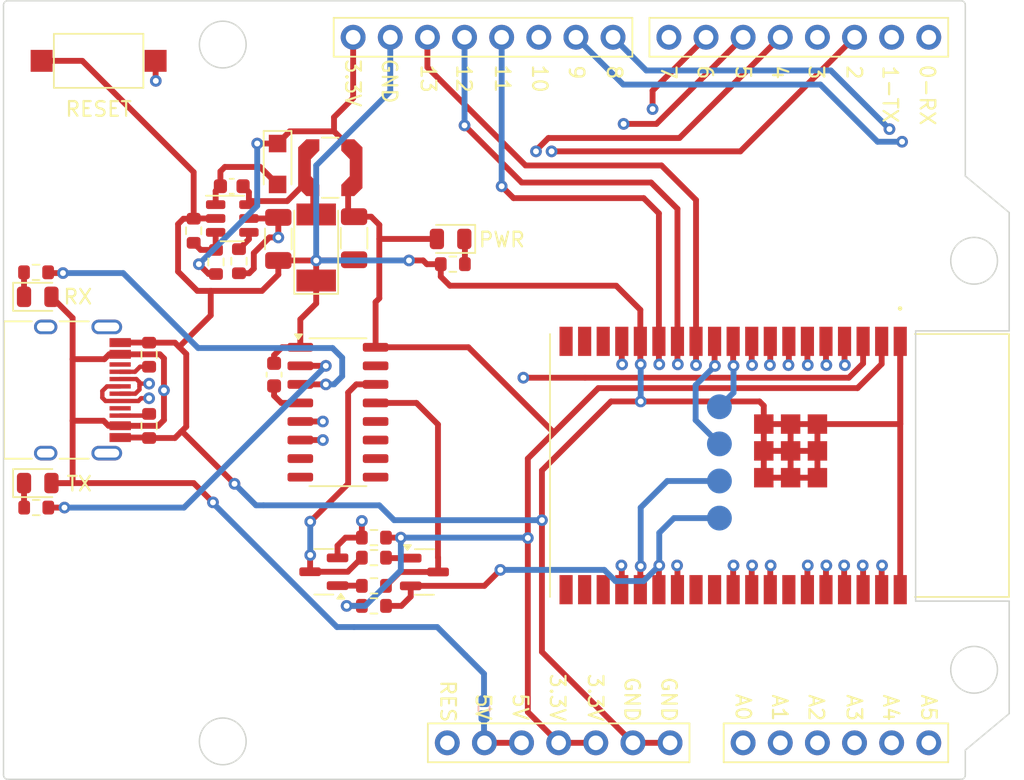
<source format=kicad_pcb>
(kicad_pcb (version 20240108) (generator "pcbnew") (generator_version "8.0")
  (layers (0 "F.Cu" signal) (1 "In1.Cu" signal) (2 "In2.Cu" signal) (31 "B.Cu" signal) (34 "B.Paste" user) (35 "F.Paste" user) (36 "B.SilkS" user "B.Silkscreen") (37 "F.SilkS" user "F.Silkscreen") (38 "B.Mask" user) (39 "F.Mask" user) (44 "Edge.Cuts" user))
  (net 0 "")
  (net 1 "Net-(U1-V3)")
  (net 2 "GND")
  (net 3 "Net-(D4-K)")
  (net 4 "Net-(D3-K)")
  (net 5 "+3.3V")
  (net 6 "Net-(D1-K)")
  (net 7 "Net-(D2-K)")
  (net 8 "+5V")
  (net 9 "RESET")
  (net 10 "IO39")
  (net 11 "IO36")
  (net 12 "IO34")
  (net 13 "IO35")
  (net 14 "IO32")
  (net 15 "IO33")
  (net 16 "IO25")
  (net 17 "IO26")
  (net 18 "IO27")
  (net 19 "IO14")
  (net 20 "IO12")
  (net 21 "IO13")
  (net 22 "Net-(D5-K)")
  (net 23 "Net-(J4-Pin_2)")
  (net 28 "IO15")
  (net 29 "IO2")
  (net 30 "IO0")
  (net 31 "IO4")
  (net 34 "IO5")
  (net 35 "IO18")
  (net 36 "IO19")
  (net 38 "IO21")
  (net 39 "TX")
  (net 40 "RX")
  (net 41 "IO22")
  (net 42 "IO23")
  (net 43 "Net-(IC2-Pad1)")
  (net 44 "RTS")
  (net 45 "Net-(IC3-Pad1)")
  (net 46 "DTR")
  (net 50 "D+")
  (net 51 "D-")
  (net 53 "Net-(J6-CC1)")
  (net 56 "Net-(J6-CC2)")
  (net 59 "Net-(U2-EN)")
  (net 60 "Net-(U2-FB)")
  (footprint "Regolatore:Condensatore_G" (layer "F.Cu") (at 136.6012 76.6064 -90)
    (property "Reference" "C2" (hide yes))
    (property "Value" "4,7u" (hide yes))
  )
  (footprint "Package_TO_SOT_SMD:SOT-23" (layer "F.Cu") (at 139.7145 99.3902 180)
    (property "Reference" "IC2" (hide yes))
    (property "Value" "PDTC" (hide yes))
  )
  (footprint "Button_Switch_SMD:SW_SPST_CK_RS282G05A3" (layer "F.Cu") (at 124.3076 64.4144 180)
    (property "Reference" "SW1" (hide yes))
    (property "Value" "RESET")
  )
  (footprint "Resistor_SMD:R_0603_1608Metric" (layer "F.Cu") (at 120.0404 94.996)
    (property "Reference" "R10" (hide yes))
    (property "Value" "10K" (hide yes))
  )
  (footprint "Connector_PinSocket_2.54mm:PinSocket_1x08_P2.54mm_Vertical" (layer "F.Cu") (at 181.1 62.8 -90)
    (property "Reference" "J1" (hide yes))
    (property "Value" "Digitali1" (hide yes))
  )
  (footprint "Package_SO:SO-16_3.9x9.9mm_P1.27mm" (layer "F.Cu") (at 140.681 88.4682)
    (property "Reference" "U1" (hide yes))
    (property "Value" "CH340C" (hide yes))
  )
  (footprint "Resistor_SMD:R_0603_1608Metric" (layer "F.Cu") (at 143.1412 100.3554 180)
    (property "Reference" "R5" (hide yes))
    (property "Value" "4K7" (hide yes))
  )
  (footprint "Connector_PinSocket_2.54mm:PinSocket_1x08_P2.54mm_Vertical" (layer "F.Cu") (at 159.5 62.8 -90)
    (property "Reference" "J2" (hide yes))
    (property "Value" "Digitali2" (hide yes))
  )
  (footprint "Regolatore:Induttanza" (layer "F.Cu") (at 140.1572 71.7296)
    (property "Reference" "L1" (hide yes))
    (property "Value" "4,7uH" (hide yes))
  )
  (footprint "LED_SMD:LED_0805_2012Metric" (layer "F.Cu") (at 148.3868 76.6064 180)
    (property "Reference" "D5" (hide yes))
    (property "Value" "PWR")
  )
  (footprint "LED_SMD:LED_0805_2012Metric" (layer "F.Cu") (at 120.142 80.5688)
    (property "Reference" "D2" (hide yes))
    (property "Value" "RX")
  )
  (footprint "Connector_PinSocket_2.54mm:PinSocket_1x07_P2.54mm_Vertical" (layer "F.Cu") (at 148.16 111.1 90)
    (property "Reference" "J4" (hide yes))
    (property "Value" "Conn_01x07_Male" (hide yes))
  )
  (footprint "Capacitor_SMD:C_0603_1608Metric" (layer "F.Cu") (at 136.3122 85.894 90)
    (property "Reference" "C1" (hide yes))
    (property "Value" "100n" (hide yes))
  )
  (footprint "Package_TO_SOT_SMD:SOT-23" (layer "F.Cu") (at 146.5956 99.4054)
    (property "Reference" "IC3" (hide yes))
    (property "Value" "PDTC" (hide yes))
  )
  (footprint "ESP32-WROVER:ESP32WROVERB8MB" (layer "F.Cu") (at 170.887 92.116 -90)
    (property "Reference" "IC1" (hide yes))
    (property "Value" "ESP32-WROVER" (hide yes))
  )
  (footprint "Resistor_SMD:R_0603_1608Metric" (layer "F.Cu") (at 127.762 84.5312 90)
    (property "Reference" "R14" (hide yes))
    (property "Value" "5K1" (hide yes))
  )
  (footprint "Connector_USB:USB_C_Receptacle_HRO_TYPE-C-31-M-12" (layer "F.Cu") (at 121.7358 86.95 -90)
    (property "Reference" "J6" (hide yes))
    (property "Value" "USB_C" (hide yes))
  )
  (footprint "Regolatore:Resistenza" (layer "F.Cu") (at 133.9088 78.1304 90)
    (property "Reference" "R9" (hide yes))
    (property "Value" "100" (hide yes))
  )
  (footprint "Resistor_SMD:R_0603_1608Metric" (layer "F.Cu") (at 148.5392 78.3336 180)
    (property "Reference" "R23" (hide yes))
    (property "Value" "1K" (hide yes))
  )
  (footprint "Resistor_SMD:R_0603_1608Metric" (layer "F.Cu") (at 143.1412 98.425)
    (property "Reference" "R6" (hide yes))
    (property "Value" "4K7" (hide yes))
  )
  (footprint "Resistor_SMD:R_0603_1608Metric" (layer "F.Cu") (at 143.1412 97.0534)
    (property "Reference" "R7" (hide yes))
    (property "Value" "1K" (hide yes))
  )
  (footprint "Resistor_SMD:R_0603_1608Metric" (layer "F.Cu") (at 127.762 89.408 -90)
    (property "Reference" "R15" (hide yes))
    (property "Value" "5K1" (hide yes))
  )
  (footprint "Regolatore:Condensatore_G" (layer "F.Cu") (at 141.7828 76.5574 -90)
    (property "Reference" "C4" (hide yes))
    (property "Value" "10u" (hide yes))
  )
  (footprint "Regolatore:Resistenza" (layer "F.Cu") (at 132.334 78.1812 90)
    (property "Reference" "R12" (hide yes))
    (property "Value" "50K" (hide yes))
  )
  (footprint "Regolatore:Diodo_G" (layer "F.Cu") (at 139.192 77.167 90)
    (property "Reference" "D3" (hide yes))
    (property "Value" "Diode" (hide yes))
  )
  (footprint "Resistor_SMD:R_0603_1608Metric" (layer "F.Cu") (at 120.0282 78.8924)
    (property "Reference" "R11" (hide yes))
    (property "Value" "10K" (hide yes))
  )
  (footprint "Resistor_SMD:R_0603_1608Metric" (layer "F.Cu") (at 143.1412 101.727)
    (property "Reference" "R8" (hide yes))
    (property "Value" "1K" (hide yes))
  )
  (footprint "Regolatore:Condensatore_P" (layer "F.Cu") (at 133.4138 72.9996)
    (property "Reference" "C3" (hide yes))
    (property "Value" "10n" (hide yes))
  )
  (footprint "Connector_PinSocket_2.54mm:PinSocket_1x06_P2.54mm_Vertical" (layer "F.Cu") (at 181.1 111.1 -90)
    (property "Reference" "J3" (hide yes))
    (property "Value" "Analogici" (hide yes))
  )
  (footprint "Regolatore:AP3211" (layer "F.Cu") (at 133.4516 75.2064)
    (property "Reference" "U2" (hide yes))
    (property "Value" "AP3211" (hide yes))
  )
  (footprint "Regolatore:Resistenza" (layer "F.Cu") (at 130.81 76.0476 90)
    (property "Reference" "R13" (hide yes))
    (property "Value" "16K3" (hide yes))
  )
  (footprint "LED_SMD:LED_0805_2012Metric" (layer "F.Cu") (at 120.142 93.3196)
    (property "Reference" "D1" (hide yes))
    (property "Value" "TX")
  )
  (footprint "Regolatore:Diodo_P" (layer "F.Cu") (at 136.5504 71.4756 -90)
    (property "Reference" "D4" (hide yes))
    (property "Value" "Diode" (hide yes))
  )
  (footprint "Connector_PinHeader_2.54mm:PinHeader_1x04_P2.54mm_Vertical" (layer "B.Cu") (at 166.7764 88.0972 180)
    (property "Reference" "J5" (hide yes))
    (property "Value" "Aux" (hide yes))
  )
  (footprint "Resistor_SMD:R_0402_1005Metric" (layer "B.Cu") (at 150.6728 108.7628 -90)
    (property "Reference" "R17" (hide yes))
    (property "Value" "0" (hide yes))
  )
  (gr_arc (start 183.6 113.3) (mid 183.512132 113.512132) (end 183.3 113.6) (stroke (width 0.1)) (layer "Edge.Cuts"))
  (gr_line (start 183.6 60.6) (end 183.6 72.3) (stroke (width 0.1)) (layer "Edge.Cuts"))
  (gr_line (start 180.2 82.9) (end 180.2 101.4) (stroke (width 0.1)) (layer "Edge.Cuts"))
  (gr_line (start 183.6 113.3) (end 183.6 111.6) (stroke (width 0.1)) (layer "Edge.Cuts"))
  (gr_circle (center 184.2 106.1) (end 182.6 106.1) (stroke (width 0.1)) (fill none) (layer "Edge.Cuts"))
  (gr_arc (start 118.1 113.6) (mid 117.887868 113.512132) (end 117.8 113.3) (stroke (width 0.1)) (layer "Edge.Cuts"))
  (gr_line (start 186.6 82.9) (end 186.6 74.8) (stroke (width 0.1)) (layer "Edge.Cuts"))
  (gr_circle (center 132.8 63.3) (end 132.8 61.7) (stroke (width 0.1)) (fill none) (layer "Edge.Cuts"))
  (gr_line (start 186.6 101.4) (end 186.6 109.1) (stroke (width 0.1)) (layer "Edge.Cuts"))
  (gr_line (start 183.3 60.3) (end 118.1 60.3) (stroke (width 0.1)) (layer "Edge.Cuts"))
  (gr_circle (center 184.2 78.1) (end 182.6 78.1) (stroke (width 0.1)) (fill none) (layer "Edge.Cuts"))
  (gr_line (start 186.6 109.1) (end 183.6 111.6) (stroke (width 0.1)) (layer "Edge.Cuts"))
  (gr_line (start 118.1 113.6) (end 183.3 113.6) (stroke (width 0.1)) (layer "Edge.Cuts"))
  (gr_arc (start 117.8 60.6) (mid 117.887868 60.387868) (end 118.1 60.3) (stroke (width 0.1)) (layer "Edge.Cuts"))
  (gr_circle (center 132.8 111) (end 132.8 112.6) (stroke (width 0.1)) (fill none) (layer "Edge.Cuts"))
  (gr_line (start 186.6 74.8) (end 183.6 72.3) (stroke (width 0.1)) (layer "Edge.Cuts"))
  (gr_line (start 180.2 101.4) (end 186.6 101.4) (stroke (width 0.1)) (layer "Edge.Cuts"))
  (gr_line (start 186.6 82.9) (end 180.2 82.9) (stroke (width 0.1)) (layer "Edge.Cuts"))
  (gr_arc (start 183.3 60.3) (mid 183.512132 60.387868) (end 183.6 60.6) (stroke (width 0.1)) (layer "Edge.Cuts"))
  (gr_line (start 117.8 60.6) (end 117.8 113.3) (stroke (width 0.1)) (layer "Edge.Cuts"))
  (gr_text "RES" (at 148.209 108.2548 270) (layer "F.SilkS") (effects (font (size 1 1))))
  (gr_text "3.3V" (at 158.3 108.0008 270) (layer "F.SilkS") (effects (font (size 1 1))))
  (gr_text "A1" (at 170.9 108.7 270) (layer "F.SilkS") (effects (font (size 1 1))))
  (gr_text "5V" (at 150.622 108.6358 270) (layer "F.SilkS") (effects (font (size 1 1))))
  (gr_text "GND" (at 163.322 108.1278 270) (layer "F.SilkS") (effects (font (size 1 1))))
  (gr_text "A3" (at 176 108.7 270) (layer "F.SilkS") (effects (font (size 1 1))))
  (gr_text "3.3V" (at 155.702 108.0008 270) (layer "F.SilkS") (effects (font (size 1 1))))
  (gr_text "4" (at 170.9 65.2 270) (layer "F.SilkS") (effects (font (size 1 1))))
  (gr_text "7" (at 163.3 65.2 270) (layer "F.SilkS") (effects (font (size 1 1))))
  (gr_text "A4" (at 178.5 108.7 270) (layer "F.SilkS") (effects (font (size 1 1))))
  (gr_text "A5" (at 181.1 108.7 270) (layer "F.SilkS") (effects (font (size 1 1))))
  (gr_text "5V" (at 153.162 108.6358 270) (layer "F.SilkS") (effects (font (size 1 1))))
  (gr_text "0-RX\n" (at 181.0004 66.7512 270) (layer "F.SilkS") (effects (font (size 1 1))))
  (gr_text "2" (at 176 65.2 270) (layer "F.SilkS") (effects (font (size 1 1))))
  (gr_text "A2" (at 173.4 108.7 270) (layer "F.SilkS") (effects (font (size 1 1))))
  (gr_text "11" (at 151.9428 65.6336 270) (layer "F.SilkS") (effects (font (size 1 1))))
  (gr_text "A0" (at 168.402 108.6612 270) (layer "F.SilkS") (effects (font (size 1 1))))
  (gr_text "5" (at 168.4 65.2 270) (layer "F.SilkS") (effects (font (size 1 1))))
  (gr_text "1-TX" (at 178.4604 66.7004 270) (layer "F.SilkS") (effects (font (size 1 1))))
  (gr_text "9" (at 157 65.2 270) (layer "F.SilkS") (effects (font (size 1 1))))
  (gr_text "6" (at 165.8 65.2 270) (layer "F.SilkS") (effects (font (size 1 1))))
  (gr_text "10" (at 154.4828 65.6336 270) (layer "F.SilkS") (effects (font (size 1 1))))
  (gr_text "GND" (at 160.8 108.1238 270) (layer "F.SilkS") (effects (font (size 1 1))))
  (gr_text "GND" (at 144.2 65.8 270) (layer "F.SilkS") (effects (font (size 1 1))))
  (gr_text "8" (at 159.6 65.2 270) (layer "F.SilkS") (effects (font (size 1 1))))
  (gr_text "12" (at 149.3 65.6336 270) (layer "F.SilkS") (effects (font (size 1 1))))
  (gr_text "3.3V" (at 141.7 65.9384 270) (layer "F.SilkS") (effects (font (size 1 1))))
  (gr_text "3" (at 173.4 65.2 270) (layer "F.SilkS") (effects (font (size 1 1))))
  (gr_text "13" (at 146.8628 65.6336 -90) (layer "F.SilkS") (effects (font (size 1 1))))
  (segment (start 136.8044 87.8332) (end 136.3122 87.341) (width 0.4) (layer "F.Cu") (net 1))
  (segment (start 136.3122 87.341) (end 136.3122 86.669) (width 0.4) (layer "F.Cu") (net 1))
  (segment (start 138.106 87.8332) (end 136.8044 87.8332) (width 0.4) (layer "F.Cu") (net 1))
  (segment (start 138.106 82.112) (end 138.106 84.0232) (width 0.4) (layer "F.Cu") (net 2))
  (segment (start 127.762 90.233) (end 127.729 90.2) (width 0.4) (layer "F.Cu") (net 2))
  (segment (start 169.5196 87.7316) (end 161.3916 87.7316) (width 0.4) (layer "F.Cu") (net 2))
  (segment (start 147.7142 79.185) (end 147.7142 78.3336) (width 0.4) (layer "F.Cu") (net 2))
  (segment (start 161.367 83.616) (end 161.367 85.167) (width 0.4) (layer "F.Cu") (net 2))
  (segment (start 139.192 81.026) (end 138.106 82.112) (width 0.4) (layer "F.Cu") (net 2))
  (segment (start 169.812 89.281) (end 173.482 89.281) (width 0.4) (layer "F.Cu") (net 2))
  (segment (start 139.192 78.0814) (end 141.7338 78.0814) (width 0.4) (layer "F.Cu") (net 2))
  (segment (start 129.7432 78.8416) (end 131.064 80.1624) (width 0.4) (layer "F.Cu") (net 2))
  (segment (start 131.9784 81.8388) (end 131.9784 80.1624) (width 0.4) (layer "F.Cu") (net 2))
  (segment (start 130.302 89.4588) (end 129.9464 89.8144) (width 0.4) (layer "F.Cu") (net 2))
  (segment (start 127.729 90.2) (end 125.7808 90.2) (width 0.4) (layer "F.Cu") (net 2))
  (segment (start 130.048 89.8144) (end 129.9464 89.8144) (width 0.4) (layer "F.Cu") (net 2))
  (segment (start 173.482 89.281) (end 173.482 92.951) (width 0.4) (layer "F.Cu") (net 2))
  (segment (start 146.5072 78.0796) (end 145.542 78.0796) (width 0.4) (layer "F.Cu") (net 2))
  (segment (start 169.812 92.951) (end 173.482 92.951) (width 0.4) (layer "F.Cu") (net 2))
  (segment (start 127.762 83.7062) (end 129.5278 83.7062) (width 0.4) (layer "F.Cu") (net 2))
  (segment (start 130.81 75.2226) (end 130.111 75.2226) (width 0.4) (layer "F.Cu") (net 2))
  (segment (start 129.8194 83.9978) (end 130.302 84.4804) (width 0.4) (layer "F.Cu") (net 2))
  (segment (start 161.367 85.167) (end 161.3916 85.1916) (width 0.4) (layer "F.Cu") (net 2))
  (segment (start 129.5278 83.7062) (end 129.8194 83.9978) (width 0.4) (layer "F.Cu") (net 2))
  (segment (start 179.147 89.281) (end 173.482 89.281) (width 0.4) (layer "F.Cu") (net 2))
  (segment (start 120.4076 64.4144) (end 123.19 64.4144) (width 0.4) (layer "F.Cu") (net 2))
  (segment (start 179.147 100.616) (end 179.147 83.616) (width 0.4) (layer "F.Cu") (net 2))
  (segment (start 148.336 79.8068) (end 147.7142 79.185) (width 0.4) (layer "F.Cu") (net 2))
  (segment (start 169.812 89.281) (end 169.812 88.024) (width 0.4) (layer "F.Cu") (net 2))
  (segment (start 129.5278 90.233) (end 127.762 90.233) (width 0.4) (layer "F.Cu") (net 2))
  (segment (start 154.6352 92.456) (end 154.6352 104.8752) (width 0.4) (layer "F.Cu") (net 2))
  (segment (start 131.9784 80.1624) (end 135.4836 80.1624) (width 0.4) (layer "F.Cu") (net 2))
  (segment (start 160.86 111.1) (end 163.4 111.1) (width 0.4) (layer "F.Cu") (net 2))
  (segment (start 136.6012 79.0448) (end 136.6012 78.0814) (width 0.4) (layer "F.Cu") (net 2))
  (segment (start 161.3916 87.7316) (end 159.3596 87.7316) (width 0.4) (layer "F.Cu") (net 2))
  (segment (start 171.647 89.281) (end 171.647 92.951) (width 0.4) (layer "F.Cu") (net 2))
  (segment (start 159.3596 87.7316) (end 154.6352 92.456) (width 0.4) (layer "F.Cu") (net 2))
  (segment (start 139.192 79.453) (end 139.192 78.0814) (width 0.4) (layer "F.Cu") (net 2))
  (segment (start 136.3122 84.5662) (end 136.8552 84.0232) (width 0.4) (layer "F.Cu") (net 2))
  (segment (start 133.604 93.3704) (end 130.048 89.8144) (width 0.4) (layer "F.Cu") (net 2))
  (segment (start 129.9464 89.8144) (end 129.5278 90.233) (width 0.4) (layer "F.Cu") (net 2))
  (segment (start 154.6352 104.8752) (end 160.86 111.1) (width 0.4) (layer "F.Cu") (net 2))
  (segment (start 136.8552 84.0232) (end 138.106 84.0232) (width 0.4) (layer "F.Cu") (net 2))
  (segment (start 123.19 64.4144) (end 130.81 72.0344) (width 0.4) (layer "F.Cu") (net 2))
  (segment (start 131.064 80.1624) (end 131.9784 80.1624) (width 0.4) (layer "F.Cu") (net 2))
  (segment (start 135.4836 80.1624) (end 136.6012 79.0448) (width 0.4) (layer "F.Cu") (net 2))
  (segment (start 161.367 81.4586) (end 159.7152 79.8068) (width 0.4) (layer "F.Cu") (net 2))
  (segment (start 147.7142 78.3336) (end 146.7612 78.3336) (width 0.4) (layer "F.Cu") (net 2))
  (segment (start 179.147 83.616) (end 179.147 89.281) (width 0.4) (layer "F.Cu") (net 2))
  (segment (start 129.8194 83.9978) (end 131.9784 81.8388) (width 0.4) (layer "F.Cu") (net 2))
  (segment (start 169.812 89.281) (end 169.812 92.951) (width 0.4) (layer "F.Cu") (net 2))
  (segment (start 169.812 88.024) (end 169.5196 87.7316) (width 0.4) (layer "F.Cu") (net 2))
  (segment (start 161.367 83.616) (end 161.367 81.4586) (width 0.4) (layer "F.Cu") (net 2))
  (segment (start 141.7338 78.0814) (end 141.7828 78.0324) (width 0.4) (layer "F.Cu") (net 2))
  (segment (start 125.7808 83.7) (end 127.7558 83.7) (width 0.4) (layer "F.Cu") (net 2))
  (segment (start 136.3122 85.119) (end 136.3122 84.5662) (width 0.4) (layer "F.Cu") (net 2))
  (segment (start 129.7432 75.5904) (end 129.7432 78.8416) (width 0.4) (layer "F.Cu") (net 2))
  (segment (start 146.7612 78.3336) (end 146.5072 78.0796) (width 0.4) (layer "F.Cu") (net 2))
  (segment (start 130.111 75.2226) (end 129.7432 75.5904) (width 0.4) (layer "F.Cu") (net 2))
  (segment (start 132.3141 75.2064) (end 130.8262 75.2064) (width 0.4) (layer "F.Cu") (net 2))
  (segment (start 130.81 72.0344) (end 130.81 75.2226) (width 0.4) (layer "F.Cu") (net 2))
  (segment (start 130.302 84.4804) (end 130.302 89.4588) (width 0.4) (layer "F.Cu") (net 2))
  (segment (start 130.8262 75.2064) (end 130.81 75.2226) (width 0.4) (layer "F.Cu") (net 2))
  (segment (start 159.7152 79.8068) (end 148.336 79.8068) (width 0.4) (layer "F.Cu") (net 2))
  (segment (start 136.6012 78.0814) (end 139.192 78.0814) (width 0.4) (layer "F.Cu") (net 2))
  (segment (start 139.192 79.453) (end 139.192 81.026) (width 0.4) (layer "F.Cu") (net 2))
  (segment (start 169.812 91.116) (end 173.482 91.116) (width 0.4) (layer "F.Cu") (net 2))
  (via (at 139.192 78.0814) (size 0.8) (drill 0.4) (layers "F.Cu" "B.Cu") (net 2))
  (via (at 133.604 93.3704) (size 0.8) (drill 0.4) (layers "F.Cu" "B.Cu") (net 2))
  (via (at 145.542 78.0796) (size 0.8) (drill 0.4) (layers "F.Cu" "B.Cu") (net 2))
  (via (at 154.6352 95.8596) (size 0.8) (drill 0.4) (layers "F.Cu" "B.Cu") (net 2))
  (via (at 161.3916 85.1916) (size 0.8) (drill 0.4) (layers "F.Cu" "B.Cu") (net 2))
  (via (at 161.3916 87.7316) (size 0.8) (drill 0.4) (layers "F.Cu" "B.Cu") (net 2))
  (segment (start 161.3916 85.1916) (end 161.3916 87.7316) (width 0.4) (layer "B.Cu") (net 2))
  (segment (start 135.0772 94.8436) (end 133.604 93.3704) (width 0.4) (layer "B.Cu") (net 2))
  (segment (start 143.51 94.8436) (end 135.5852 94.8436) (width 0.4) (layer "B.Cu") (net 2))
  (segment (start 144.26 66.5092) (end 144.26 62.8) (width 0.4) (layer "B.Cu") (net 2))
  (segment (start 139.192 78.0814) (end 139.192 71.5772) (width 0.4) (layer "B.Cu") (net 2))
  (segment (start 144.526 95.8596) (end 143.51 94.8436) (width 0.4) (layer "B.Cu") (net 2))
  (segment (start 145.542 78.0796) (end 139.1938 78.0796) (width 0.4) (layer "B.Cu") (net 2))
  (segment (start 139.192 71.5772) (end 144.26 66.5092) (width 0.4) (layer "B.Cu") (net 2))
  (segment (start 154.6352 95.8596) (end 144.526 95.8596) (width 0.4) (layer "B.Cu") (net 2))
  (segment (start 139.1938 78.0796) (end 139.192 78.0814) (width 0.4) (layer "B.Cu") (net 2))
  (segment (start 135.5852 94.8436) (end 135.0772 94.8436) (width 0.4) (layer "B.Cu") (net 2))
  (segment (start 132.3141 74.2564) (end 132.3141 73.3243) (width 0.4) (layer "F.Cu") (net 3))
  (segment (start 132.6388 71.9836) (end 132.6388 72.9996) (width 0.4) (layer "F.Cu") (net 3))
  (segment (start 135.3536 71.6788) (end 132.9436 71.6788) (width 0.4) (layer "F.Cu") (net 3))
  (segment (start 132.9436 71.6788) (end 132.6388 71.9836) (width 0.4) (layer "F.Cu") (net 3))
  (segment (start 136.5504 72.8756) (end 135.3536 71.6788) (width 0.4) (layer "F.Cu") (net 3))
  (segment (start 136.5504 73.028) (end 136.5504 72.8756) (width 0.4) (layer "F.Cu") (net 3))
  (segment (start 132.3141 73.3243) (end 132.6388 72.9996) (width 0.4) (layer "F.Cu") (net 3))
  (segment (start 137.2108 74.0156) (end 138.3922 72.8342) (width 0.4) (layer "F.Cu") (net 4))
  (segment (start 138.9888 74.7286) (end 139.192 74.9318) (width 0.4) (layer "F.Cu") (net 4))
  (segment (start 134.5891 74.2564) (end 134.5891 73.3999) (width 0.4) (layer "F.Cu") (net 4))
  (segment (start 138.3922 72.8342) (end 138.3922 71.7296) (width 0.4) (layer "F.Cu") (net 4))
  (segment (start 138.3922 71.7296) (end 138.3922 72.7586) (width 0.4) (layer "F.Cu") (net 4))
  (segment (start 134.8299 74.0156) (end 137.2108 74.0156) (width 0.4) (layer "F.Cu") (net 4))
  (segment (start 138.3922 72.7586) (end 138.9888 73.3552) (width 0.4) (layer "F.Cu") (net 4))
  (segment (start 134.5891 74.2564) (end 134.8299 74.0156) (width 0.4) (layer "F.Cu") (net 4))
  (segment (start 134.5891 73.3999) (end 134.1888 72.9996) (width 0.4) (layer "F.Cu") (net 4))
  (segment (start 138.9888 73.3552) (end 138.9888 74.7286) (width 0.4) (layer "F.Cu") (net 4))
  (segment (start 153.67 108.99) (end 155.78 111.1) (width 0.4) (layer "F.Cu") (net 5))
  (segment (start 153.67 91.6432) (end 155.2956 90.0176) (width 0.4) (layer "F.Cu") (net 5))
  (segment (start 141.9222 70.7514) (end 140.4112 69.2404) (width 0.4) (layer "F.Cu") (net 5))
  (segment (start 143.256 84.0232) (end 149.606 84.0232) (width 0.4) (layer "F.Cu") (net 5))
  (segment (start 137.3856 69.2404) (end 140.4112 69.2404) (width 0.4) (layer "F.Cu") (net 5))
  (segment (start 147.4493 76.6064) (end 143.51 76.6064) (width 0.4) (layer "F.Cu") (net 5))
  (segment (start 143.9662 97.0534) (end 144.9822 97.0534) (width 0.4) (layer "F.Cu") (net 5))
  (segment (start 142.3162 101.727) (end 141.2738 101.727) (width 0.4) (layer "F.Cu") (net 5))
  (segment (start 132.334 79.0062) (end 131.8382 79.0062) (width 0.4) (layer "F.Cu") (net 5))
  (segment (start 143.256 80.9244) (end 143.256 84.0232) (width 0.4) (layer "F.Cu") (net 5))
  (segment (start 135.1564 70.0756) (end 136.5504 70.0756) (width 0.4) (layer "F.Cu") (net 5))
  (segment (start 158.496 86.8172) (end 176.2252 86.8172) (width 0.4) (layer "F.Cu") (net 5))
  (segment (start 176.2252 86.8172) (end 177.877 85.1654) (width 0.4) (layer "F.Cu") (net 5))
  (segment (start 141.72 62.8) (end 141.72 66.9664) (width 0.4) (layer "F.Cu") (net 5))
  (segment (start 143.51 75.6412) (end 143.51 76.6064) (width 0.4) (layer "F.Cu") (net 5))
  (segment (start 141.72 66.9664) (end 140.4112 68.2752) (width 0.4) (layer "F.Cu") (net 5))
  (segment (start 143.51 76.6064) (end 143.51 80.6704) (width 0.4) (layer "F.Cu") (net 5))
  (segment (start 141.9222 71.7296) (end 141.9222 70.7514) (width 0.4) (layer "F.Cu") (net 5))
  (segment (start 177.877 85.1654) (end 177.877 83.616) (width 0.4) (layer "F.Cu") (net 5))
  (segment (start 131.8382 79.0062) (end 131.1656 78.3336) (width 0.4) (layer "F.Cu") (net 5))
  (segment (start 141.3764 73.3044) (end 141.3764 74.676) (width 0.4) (layer "F.Cu") (net 5))
  (segment (start 142.9512 75.0824) (end 143.51 75.6412) (width 0.4) (layer "F.Cu") (net 5))
  (segment (start 141.3764 74.676) (end 141.7828 75.0824) (width 0.4) (layer "F.Cu") (net 5))
  (segment (start 141.7828 75.0824) (end 142.9512 75.0824) (width 0.4) (layer "F.Cu") (net 5))
  (segment (start 153.67 97.0788) (end 153.67 91.6432) (width 0.4) (layer "F.Cu") (net 5))
  (segment (start 149.606 84.0232) (end 155.448 89.8652) (width 0.4) (layer "F.Cu") (net 5))
  (segment (start 136.5504 70.0756) (end 137.3856 69.2404) (width 0.4) (layer "F.Cu") (net 5))
  (segment (start 140.4112 68.2752) (end 140.4112 69.2404) (width 0.4) (layer "F.Cu") (net 5))
  (segment (start 155.2956 90.0176) (end 158.496 86.8172) (width 0.4) (layer "F.Cu") (net 5))
  (segment (start 143.51 80.6704) (end 143.256 80.9244) (width 0.4) (layer "F.Cu") (net 5))
  (segment (start 153.67 97.0788) (end 153.67 108.99) (width 0.4) (layer "F.Cu") (net 5))
  (segment (start 141.9222 72.7586) (end 141.3764 73.3044) (width 0.4) (layer "F.Cu") (net 5))
  (segment (start 158.32 111.1) (end 155.78 111.1) (width 0.4) (layer "F.Cu") (net 5))
  (segment (start 141.9222 71.7296) (end 141.9222 72.7586) (width 0.4) (layer "F.Cu") (net 5))
  (via (at 131.1656 78.3336) (size 0.8) (drill 0.4) (layers "F.Cu" "B.Cu") (net 5))
  (via (at 153.67 97.0788) (size 0.8) (drill 0.4) (layers "F.Cu" "B.Cu") (net 5))
  (via (at 141.2738 101.727) (size 0.8) (drill 0.4) (layers "F.Cu" "B.Cu") (net 5))
  (via (at 135.1564 70.0756) (size 0.8) (drill 0.4) (layers "F.Cu" "B.Cu") (net 5))
  (via (at 144.9822 97.0534) (size 0.8) (drill 0.4) (layers "F.Cu" "B.Cu") (net 5))
  (segment (start 135.1564 74.3428) (end 131.1656 78.3336) (width 0.4) (layer "B.Cu") (net 5))
  (segment (start 142.5438 101.727) (end 144.9822 99.2886) (width 0.4) (layer "B.Cu") (net 5))
  (segment (start 135.1564 70.0756) (end 135.1564 74.3428) (width 0.4) (layer "B.Cu") (net 5))
  (segment (start 144.9822 99.2886) (end 144.9822 97.0534) (width 0.4) (layer "B.Cu") (net 5))
  (segment (start 153.67 97.0788) (end 153.6446 97.0534) (width 0.4) (layer "B.Cu") (net 5))
  (segment (start 153.6446 97.0534) (end 144.9822 97.0534) (width 0.4) (layer "B.Cu") (net 5))
  (segment (start 141.2738 101.727) (end 142.5438 101.727) (width 0.4) (layer "B.Cu") (net 5))
  (segment (start 119.2045 94.9851) (end 119.2154 94.996) (width 0.4) (layer "F.Cu") (net 6))
  (segment (start 119.2045 93.3196) (end 119.2045 94.9851) (width 0.4) (layer "F.Cu") (net 6))
  (segment (start 119.2045 78.8937) (end 119.2032 78.8924) (width 0.4) (layer "F.Cu") (net 7))
  (segment (start 119.2045 80.5688) (end 119.2045 78.8937) (width 0.4) (layer "F.Cu") (net 7))
  (segment (start 124.991816 89.4) (end 124.644216 89.0524) (width 0.4) (layer "F.Cu") (net 8))
  (segment (start 122.5296 84.836) (end 122.5296 82.0189) (width 0.4) (layer "F.Cu") (net 8))
  (segment (start 125.7808 89.4) (end 124.991816 89.4) (width 0.4) (layer "F.Cu") (net 8))
  (segment (start 121.0795 93.3196) (end 130.81 93.3196) (width 0.4) (layer "F.Cu") (net 8))
  (segment (start 130.81 93.3196) (end 132.1308 94.6404) (width 0.4) (layer "F.Cu") (net 8))
  (segment (start 124.7024 84.836) (end 122.5296 84.836) (width 0.4) (layer "F.Cu") (net 8))
  (segment (start 134.5891 75.2064) (end 136.5262 75.2064) (width 0.4) (layer "F.Cu") (net 8))
  (segment (start 125.787 84.5062) (end 128.499 84.5062) (width 0.4) (layer "F.Cu") (net 8))
  (segment (start 134.6078 78.9554) (end 134.9248 78.6384) (width 0.4) (layer "F.Cu") (net 8))
  (segment (start 128.499 84.5062) (end 128.778 84.7852) (width 0.4) (layer "F.Cu") (net 8))
  (segment (start 128.778 84.7852) (end 128.778 89.0016) (width 0.4) (layer "F.Cu") (net 8))
  (segment (start 122.5296 93.3196) (end 122.5296 89.0524) (width 0.4) (layer "F.Cu") (net 8))
  (segment (start 135.9916 76.5048) (end 136.6012 76.5048) (width 0.4) (layer "F.Cu") (net 8))
  (segment (start 134.9248 77.5716) (end 135.9916 76.5048) (width 0.4) (layer "F.Cu") (net 8))
  (segment (start 122.5296 89.0524) (end 122.5296 84.836) (width 0.4) (layer "F.Cu") (net 8))
  (segment (start 128.3796 89.4) (end 125.7808 89.4) (width 0.4) (layer "F.Cu") (net 8))
  (segment (start 133.9088 78.9554) (end 134.6078 78.9554) (width 0.4) (layer "F.Cu") (net 8))
  (segment (start 136.6012 75.1314) (end 136.6012 76.5048) (width 0.4) (layer "F.Cu") (net 8))
  (segment (start 136.5262 75.2064) (end 136.6012 75.1314) (width 0.4) (layer "F.Cu") (net 8))
  (segment (start 121.0795 93.3196) (end 122.5296 93.3196) (width 0.4) (layer "F.Cu") (net 8))
  (segment (start 125.0384 84.5) (end 124.7024 84.836) (width 0.4) (layer "F.Cu") (net 8))
  (segment (start 125.7808 84.5) (end 125.0384 84.5) (width 0.4) (layer "F.Cu") (net 8))
  (segment (start 128.778 89.0016) (end 128.3796 89.4) (width 0.4) (layer "F.Cu") (net 8))
  (segment (start 122.5296 82.0189) (end 121.0795 80.5688) (width 0.4) (layer "F.Cu") (net 8))
  (segment (start 125.7808 84.5) (end 125.787 84.5062) (width 0.4) (layer "F.Cu") (net 8))
  (segment (start 134.9248 78.6384) (end 134.9248 77.5716) (width 0.4) (layer "F.Cu") (net 8))
  (segment (start 124.644216 89.0524) (end 122.5296 89.0524) (width 0.4) (layer "F.Cu") (net 8))
  (via (at 136.6012 76.5048) (size 0.8) (drill 0.4) (layers "F.Cu" "B.Cu") (net 8))
  (via (at 128.778 86.9696) (size 0.8) (drill 0.4) (layers "F.Cu" "B.Cu") (net 8))
  (via (at 132.1308 94.6404) (size 0.8) (drill 0.4) (layers "F.Cu" "B.Cu") (net 8))
  (segment (start 140.6144 103.1748) (end 132.1308 94.6912) (width 0.4) (layer "B.Cu") (net 8))
  (segment (start 150.6728 108.2528) (end 150.6728 106.3752) (width 0.4) (layer "B.Cu") (net 8))
  (segment (start 141.7828 103.1748) (end 140.6144 103.1748) (width 0.4) (layer "B.Cu") (net 8))
  (segment (start 147.4724 103.1748) (end 141.7828 103.1748) (width 0.4) (layer "B.Cu") (net 8))
  (segment (start 149.4028 105.1052) (end 147.4724 103.1748) (width 0.4) (layer "B.Cu") (net 8))
  (segment (start 132.1308 94.6912) (end 132.1308 94.6404) (width 0.4) (layer "B.Cu") (net 8))
  (segment (start 150.6728 106.3752) (end 149.4028 105.1052) (width 0.4) (layer "B.Cu") (net 8))
  (segment (start 176.607 83.616) (end 176.607 85.128371) (width 0.4) (layer "F.Cu") (net 9))
  (segment (start 176.607 85.128371) (end 175.629371 86.106) (width 0.4) (layer "F.Cu") (net 9))
  (segment (start 140.652 97.6) (end 140.652 98.4402) (width 0.4) (layer "F.Cu") (net 9))
  (segment (start 142.3162 97.0534) (end 142.3162 95.9104) (width 0.4) (layer "F.Cu") (net 9))
  (segment (start 175.629371 86.106) (end 157.5816 86.106) (width 0.4) (layer "F.Cu") (net 9))
  (segment (start 142.3162 95.885) (end 142.2908 95.8596) (width 0.4) (layer "F.Cu") (net 9))
  (segment (start 141.1986 97.0534) (end 140.652 97.6) (width 0.4) (layer "F.Cu") (net 9))
  (segment (start 142.3162 95.9104) (end 142.3162 95.885) (width 0.4) (layer "F.Cu") (net 9))
  (segment (start 128.2076 65.7744) (end 128.2192 65.786) (width 0.4) (layer "F.Cu") (net 9))
  (segment (start 157.5816 86.106) (end 153.3652 86.106) (width 0.4) (layer "F.Cu") (net 9))
  (segment (start 128.2076 64.4144) (end 128.2076 65.7744) (width 0.4) (layer "F.Cu") (net 9))
  (segment (start 142.3162 97.0534) (end 141.1986 97.0534) (width 0.4) (layer "F.Cu") (net 9))
  (via (at 142.3162 95.9104) (size 0.8) (drill 0.4) (layers "F.Cu" "B.Cu") (net 9))
  (via (at 153.3652 86.106) (size 0.8) (drill 0.4) (layers "F.Cu" "B.Cu") (net 9))
  (via (at 128.2192 65.786) (size 0.8) (drill 0.4) (layers "F.Cu" "B.Cu") (net 9))
  (segment (start 174.067 83.616) (end 174.067 85.2178) (width 0.4) (layer "F.Cu") (net 10))
  (segment (start 174.067 85.2178) (end 174.0916 85.2424) (width 0.4) (layer "F.Cu") (net 10))
  (via (at 174.0916 85.2424) (size 0.8) (drill 0.4) (layers "F.Cu" "B.Cu") (net 10))
  (segment (start 175.337 85.2178) (end 175.3616 85.2424) (width 0.4) (layer "F.Cu") (net 11))
  (segment (start 175.337 83.616) (end 175.337 85.2178) (width 0.4) (layer "F.Cu") (net 11))
  (via (at 175.3616 85.2424) (size 0.8) (drill 0.4) (layers "F.Cu" "B.Cu") (net 11))
  (segment (start 172.797 83.616) (end 172.797 85.2178) (width 0.4) (layer "F.Cu") (net 12))
  (segment (start 172.797 85.2178) (end 172.8216 85.2424) (width 0.4) (layer "F.Cu") (net 12))
  (via (at 172.8216 85.2424) (size 0.8) (drill 0.4) (layers "F.Cu" "B.Cu") (net 12))
  (segment (start 171.527 83.616) (end 171.527 85.2162) (width 0.4) (layer "F.Cu") (net 13))
  (segment (start 171.527 85.2162) (end 171.5008 85.2424) (width 0.4) (layer "F.Cu") (net 13))
  (via (at 171.5008 85.2424) (size 0.8) (drill 0.4) (layers "F.Cu" "B.Cu") (net 13))
  (segment (start 170.257 83.616) (end 170.257 85.2162) (width 0.4) (layer "F.Cu") (net 14))
  (segment (start 170.257 85.2162) (end 170.2308 85.2424) (width 0.4) (layer "F.Cu") (net 14))
  (via (at 170.2308 85.2424) (size 0.8) (drill 0.4) (layers "F.Cu" "B.Cu") (net 14))
  (segment (start 168.987 83.616) (end 168.987 85.2178) (width 0.4) (layer "F.Cu") (net 15))
  (segment (start 168.987 85.2178) (end 169.0116 85.2424) (width 0.4) (layer "F.Cu") (net 15))
  (via (at 169.0116 85.2424) (size 0.8) (drill 0.4) (layers "F.Cu" "B.Cu") (net 15))
  (segment (start 167.717 83.616) (end 167.717 85.2686) (width 0.4) (layer "F.Cu") (net 16))
  (segment (start 167.717 85.2686) (end 167.7416 85.2932) (width 0.4) (layer "F.Cu") (net 16))
  (via (at 167.7416 85.2932) (size 0.8) (drill 0.4) (layers "F.Cu" "B.Cu") (net 16))
  (segment (start 167.7416 87.132) (end 166.7764 88.0972) (width 0.4) (layer "B.Cu") (net 16))
  (segment (start 167.7416 85.2932) (end 167.7416 87.132) (width 0.4) (layer "B.Cu") (net 16))
  (segment (start 166.447 83.616) (end 166.447 85.2686) (width 0.4) (layer "F.Cu") (net 17))
  (segment (start 166.447 85.2686) (end 166.4716 85.2932) (width 0.4) (layer "F.Cu") (net 17))
  (via (at 166.4716 85.2932) (size 0.8) (drill 0.4) (layers "F.Cu" "B.Cu") (net 17))
  (segment (start 165.1508 86.614) (end 165.1508 89.0116) (width 0.4) (layer "B.Cu") (net 17))
  (segment (start 165.1508 89.0116) (end 166.7764 90.6372) (width 0.4) (layer "B.Cu") (net 17))
  (segment (start 166.4716 85.2932) (end 165.1508 86.614) (width 0.4) (layer "B.Cu") (net 17))
  (segment (start 165.177 85.167) (end 165.177 83.616) (width 0.4) (layer "F.Cu") (net 18))
  (segment (start 153.5176 71.5772) (end 146.8 64.8596) (width 0.4) (layer "F.Cu") (net 18))
  (segment (start 146.8 64.8596) (end 146.8 62.8) (width 0.4) (layer "F.Cu") (net 18))
  (segment (start 165.177 83.616) (end 165.177 73.9402) (width 0.4) (layer "F.Cu") (net 18))
  (segment (start 165.177 73.9402) (end 162.814 71.5772) (width 0.4) (layer "F.Cu") (net 18))
  (segment (start 162.814 71.5772) (end 153.5176 71.5772) (width 0.4) (layer "F.Cu") (net 18))
  (via (at 165.177 85.2424) (size 0.8) (drill 0.4) (layers "F.Cu" "B.Cu") (net 18))
  (segment (start 153.2516 72.7456) (end 162.1028 72.7456) (width 0.4) (layer "F.Cu") (net 19))
  (segment (start 149.34 68.834) (end 153.2516 72.7456) (width 0.4) (layer "F.Cu") (net 19))
  (segment (start 162.1028 72.7456) (end 163.907 74.5498) (width 0.4) (layer "F.Cu") (net 19))
  (segment (start 163.907 83.616) (end 163.907 85.167) (width 0.4) (layer "F.Cu") (net 19))
  (segment (start 163.907 74.5498) (end 163.907 83.616) (width 0.4) (layer "F.Cu") (net 19))
  (segment (start 163.907 85.167) (end 163.9316 85.1916) (width 0.4) (layer "F.Cu") (net 19))
  (via (at 163.9316 85.1916) (size 0.8) (drill 0.4) (layers "F.Cu" "B.Cu") (net 19))
  (via (at 149.34 68.834) (size 0.8) (drill 0.4) (layers "F.Cu" "B.Cu") (net 19))
  (segment (start 149.34 68.834) (end 149.34 62.8) (width 0.4) (layer "B.Cu") (net 19))
  (segment (start 152.6928 73.8124) (end 161.5948 73.8124) (width 0.4) (layer "F.Cu") (net 20))
  (segment (start 151.88 72.9996) (end 152.6928 73.8124) (width 0.4) (layer "F.Cu") (net 20))
  (segment (start 162.637 74.8546) (end 162.637 83.616) (width 0.4) (layer "F.Cu") (net 20))
  (segment (start 161.5948 73.8124) (end 162.637 74.8546) (width 0.4) (layer "F.Cu") (net 20))
  (segment (start 162.637 85.167) (end 162.6616 85.1916) (width 0.4) (layer "F.Cu") (net 20))
  (segment (start 162.637 83.616) (end 162.637 85.167) (width 0.4) (layer "F.Cu") (net 20))
  (via (at 162.6616 85.1916) (size 0.8) (drill 0.4) (layers "F.Cu" "B.Cu") (net 20))
  (via (at 151.88 72.9996) (size 0.8) (drill 0.4) (layers "F.Cu" "B.Cu") (net 20))
  (segment (start 151.88 72.9996) (end 151.88 62.8) (width 0.4) (layer "B.Cu") (net 20))
  (segment (start 160.097 83.616) (end 160.097 85.167) (width 0.4) (layer "F.Cu") (net 21))
  (segment (start 160.097 85.167) (end 160.1216 85.1916) (width 0.4) (layer "F.Cu") (net 21))
  (via (at 160.1216 85.1916) (size 0.8) (drill 0.4) (layers "F.Cu" "B.Cu") (net 21))
  (segment (start 149.3642 76.6463) (end 149.3243 76.6064) (width 0.4) (layer "F.Cu") (net 22))
  (segment (start 149.3642 78.3336) (end 149.3642 76.6463) (width 0.4) (layer "F.Cu") (net 22))
  (segment (start 153.24 111.1) (end 150.7 111.1) (width 0.4) (layer "F.Cu") (net 23))
  (segment (start 150.6728 109.2728) (end 150.6728 111.0728) (width 0.4) (layer "B.Cu") (net 23))
  (segment (start 150.6728 111.0728) (end 150.7 111.1) (width 0.4) (layer "B.Cu") (net 23))
  (segment (start 160.097 100.616) (end 160.097 98.9846) (width 0.4) (layer "F.Cu") (net 28))
  (segment (start 155.078629 69.6976) (end 164.0424 69.6976) (width 0.4) (layer "F.Cu") (net 28))
  (segment (start 164.0424 69.6976) (end 170.94 62.8) (width 0.4) (layer "F.Cu") (net 28))
  (segment (start 160.097 98.9846) (end 160.0708 98.9584) (width 0.4) (layer "F.Cu") (net 28))
  (segment (start 154.2288 70.612) (end 154.2288 70.547429) (width 0.4) (layer "F.Cu") (net 28))
  (segment (start 154.2288 70.547429) (end 155.078629 69.6976) (width 0.4) (layer "F.Cu") (net 28))
  (via (at 154.2288 70.612) (size 0.8) (drill 0.4) (layers "F.Cu" "B.Cu") (net 28))
  (via (at 160.0708 98.9584) (size 0.8) (drill 0.4) (layers "F.Cu" "B.Cu") (net 28))
  (segment (start 161.367 99.0338) (end 161.3916 99.0092) (width 0.4) (layer "F.Cu") (net 29))
  (segment (start 161.367 100.616) (end 161.367 99.0338) (width 0.4) (layer "F.Cu") (net 29))
  (via (at 161.3916 99.0092) (size 0.8) (drill 0.4) (layers "F.Cu" "B.Cu") (net 29))
  (segment (start 163.2104 93.1772) (end 166.7764 93.1772) (width 0.4) (layer "B.Cu") (net 29))
  (segment (start 161.3916 94.996) (end 163.2104 93.1772) (width 0.4) (layer "B.Cu") (net 29))
  (segment (start 161.3916 99.0092) (end 161.3916 94.996) (width 0.4) (layer "B.Cu") (net 29))
  (segment (start 143.9662 101.727) (end 145.0208 101.727) (width 0.4) (layer "F.Cu") (net 30))
  (segment (start 145.6581 101.0897) (end 145.6581 100.3554) (width 0.4) (layer "F.Cu") (net 30))
  (segment (start 151.7904 99.2632) (end 150.6982 100.3554) (width 0.4) (layer "F.Cu") (net 30))
  (segment (start 162.637 100.616) (end 162.637 98.983) (width 0.4) (layer "F.Cu") (net 30))
  (segment (start 150.6982 100.3554) (end 145.6581 100.3554) (width 0.4) (layer "F.Cu") (net 30))
  (segment (start 162.637 98.983) (end 162.6616 98.9584) (width 0.4) (layer "F.Cu") (net 30))
  (segment (start 145.0208 101.727) (end 145.6581 101.0897) (width 0.4) (layer "F.Cu") (net 30))
  (via (at 162.6616 98.9584) (size 0.8) (drill 0.4) (layers "F.Cu" "B.Cu") (net 30))
  (via (at 151.7904 99.2632) (size 0.8) (drill 0.4) (layers "F.Cu" "B.Cu") (net 30))
  (segment (start 162.6616 98.9584) (end 162.6616 96.7232) (width 0.4) (layer "B.Cu") (net 30))
  (segment (start 163.6676 95.7172) (end 166.7764 95.7172) (width 0.4) (layer "B.Cu") (net 30))
  (segment (start 161.5948 100.0252) (end 162.6616 98.9584) (width 0.4) (layer "B.Cu") (net 30))
  (segment (start 158.9024 99.2632) (end 159.6644 100.0252) (width 0.4) (layer "B.Cu") (net 30))
  (segment (start 162.6616 96.7232) (end 163.6676 95.7172) (width 0.4) (layer "B.Cu") (net 30))
  (segment (start 159.6644 100.0252) (end 161.5948 100.0252) (width 0.4) (layer "B.Cu") (net 30))
  (segment (start 151.7904 99.2632) (end 158.9024 99.2632) (width 0.4) (layer "B.Cu") (net 30))
  (segment (start 168.208 70.612) (end 176.02 62.8) (width 0.4) (layer "F.Cu") (net 31))
  (segment (start 155.2956 70.612) (end 168.208 70.612) (width 0.4) (layer "F.Cu") (net 31))
  (segment (start 163.907 100.616) (end 163.907 98.9846) (width 0.4) (layer "F.Cu") (net 31))
  (segment (start 163.907 98.9846) (end 163.8808 98.9584) (width 0.4) (layer "F.Cu") (net 31))
  (via (at 163.8808 98.9584) (size 0.8) (drill 0.4) (layers "F.Cu" "B.Cu") (net 31))
  (via (at 155.2956 70.612) (size 0.8) (drill 0.4) (layers "F.Cu" "B.Cu") (net 31))
  (segment (start 167.717 98.983) (end 167.7416 98.9584) (width 0.4) (layer "F.Cu") (net 34))
  (segment (start 167.717 100.616) (end 167.717 98.983) (width 0.4) (layer "F.Cu") (net 34))
  (via (at 167.7416 98.9584) (size 0.8) (drill 0.4) (layers "F.Cu" "B.Cu") (net 34))
  (segment (start 162.4676 68.7324) (end 168.4 62.8) (width 0.4) (layer "F.Cu") (net 35))
  (segment (start 160.2232 68.7324) (end 162.4676 68.7324) (width 0.4) (layer "F.Cu") (net 35))
  (segment (start 168.987 98.983) (end 169.0116 98.9584) (width 0.4) (layer "F.Cu") (net 35))
  (segment (start 168.987 100.616) (end 168.987 98.983) (width 0.4) (layer "F.Cu") (net 35))
  (via (at 160.2232 68.7324) (size 0.8) (drill 0.4) (layers "F.Cu" "B.Cu") (net 35))
  (via (at 169.0116 98.9584) (size 0.8) (drill 0.4) (layers "F.Cu" "B.Cu") (net 35))
  (segment (start 170.257 100.616) (end 170.257 98.983) (width 0.4) (layer "F.Cu") (net 36))
  (segment (start 162.2044 67.7164) (end 162.2044 66.4556) (width 0.4) (layer "F.Cu") (net 36))
  (segment (start 162.2044 66.4556) (end 165.86 62.8) (width 0.4) (layer "F.Cu") (net 36))
  (segment (start 170.257 98.983) (end 170.2816 98.9584) (width 0.4) (layer "F.Cu") (net 36))
  (via (at 170.2816 98.9584) (size 0.8) (drill 0.4) (layers "F.Cu" "B.Cu") (net 36))
  (via (at 162.2044 67.7164) (size 0.8) (drill 0.4) (layers "F.Cu" "B.Cu") (net 36))
  (segment (start 172.797 100.616) (end 172.797 98.983) (width 0.4) (layer "F.Cu") (net 38))
  (segment (start 172.797 98.983) (end 172.8216 98.9584) (width 0.4) (layer "F.Cu") (net 38))
  (via (at 172.8216 98.9584) (size 0.8) (drill 0.4) (layers "F.Cu" "B.Cu") (net 38))
  (segment (start 121.9708 94.996) (end 120.8654 94.996) (width 0.4) (layer "F.Cu") (net 39))
  (segment (start 139.8524 85.2932) (end 138.106 85.2932) (width 0.4) (layer "F.Cu") (net 39))
  (segment (start 174.067 98.983) (end 174.0916 98.9584) (width 0.4) (layer "F.Cu") (net 39))
  (segment (start 174.067 100.616) (end 174.067 98.983) (width 0.4) (layer "F.Cu") (net 39))
  (via (at 139.8524 85.2932) (size 0.8) (drill 0.4) (layers "F.Cu" "B.Cu") (net 39))
  (via (at 174.0916 98.9584) (size 0.8) (drill 0.4) (layers "F.Cu" "B.Cu") (net 39))
  (via (at 121.9708 94.996) (size 0.8) (drill 0.4) (layers "F.Cu" "B.Cu") (net 39))
  (segment (start 130.1496 94.996) (end 121.9708 94.996) (width 0.4) (layer "B.Cu") (net 39))
  (segment (start 139.8524 85.2932) (end 130.1496 94.996) (width 0.4) (layer "B.Cu") (net 39))
  (segment (start 139.8524 86.5632) (end 138.106 86.5632) (width 0.4) (layer "F.Cu") (net 40))
  (segment (start 120.904 78.9432) (end 120.8532 78.8924) (width 0.4) (layer "F.Cu") (net 40))
  (segment (start 175.3108 98.9584) (end 175.3108 100.5898) (width 0.4) (layer "F.Cu") (net 40))
  (segment (start 121.8692 78.9432) (end 120.904 78.9432) (width 0.4) (layer "F.Cu") (net 40))
  (segment (start 175.3108 100.5898) (end 175.337 100.616) (width 0.4) (layer "F.Cu") (net 40))
  (via (at 121.8692 78.9432) (size 0.8) (drill 0.4) (layers "F.Cu" "B.Cu") (net 40))
  (via (at 139.8524 86.5632) (size 0.8) (drill 0.4) (layers "F.Cu" "B.Cu") (net 40))
  (via (at 175.3108 98.9584) (size 0.8) (drill 0.4) (layers "F.Cu" "B.Cu") (net 40))
  (segment (start 140.3096 84.074) (end 131.1148 84.074) (width 0.4) (layer "B.Cu") (net 40))
  (segment (start 139.8524 86.5632) (end 140.4112 86.5632) (width 0.4) (layer "B.Cu") (net 40))
  (segment (start 140.97 86.0044) (end 140.97 84.7344) (width 0.4) (layer "B.Cu") (net 40))
  (segment (start 131.1148 84.074) (end 125.984 78.9432) (width 0.4) (layer "B.Cu") (net 40))
  (segment (start 140.4112 86.5632) (end 140.97 86.0044) (width 0.4) (layer "B.Cu") (net 40))
  (segment (start 125.984 78.9432) (end 121.8692 78.9432) (width 0.4) (layer "B.Cu") (net 40))
  (segment (start 140.97 84.7344) (end 140.3096 84.074) (width 0.4) (layer "B.Cu") (net 40))
  (segment (start 176.607 100.616) (end 176.607 98.9846) (width 0.4) (layer "F.Cu") (net 41))
  (segment (start 176.607 98.9846) (end 176.5808 98.9584) (width 0.4) (layer "F.Cu") (net 41))
  (via (at 178.4096 69.088) (size 0.8) (drill 0.4) (layers "F.Cu" "B.Cu") (net 41))
  (via (at 176.5808 98.9584) (size 0.8) (drill 0.4) (layers "F.Cu" "B.Cu") (net 41))
  (segment (start 161.7748 65.0748) (end 159.5 62.8) (width 0.4) (layer "B.Cu") (net 41))
  (segment (start 174.3964 65.0748) (end 161.7748 65.0748) (width 0.4) (layer "B.Cu") (net 41))
  (segment (start 178.4096 69.088) (end 174.3964 65.0748) (width 0.4) (layer "B.Cu") (net 41))
  (segment (start 177.877 100.616) (end 177.877 98.983) (width 0.4) (layer "F.Cu") (net 42))
  (segment (start 177.877 98.983) (end 177.9016 98.9584) (width 0.4) (layer "F.Cu") (net 42))
  (via (at 179.2732 69.9516) (size 0.8) (drill 0.4) (layers "F.Cu" "B.Cu") (net 42))
  (via (at 177.9016 98.9584) (size 0.8) (drill 0.4) (layers "F.Cu" "B.Cu") (net 42))
  (segment (start 173.6852 66.04) (end 160.2 66.04) (width 0.4) (layer "B.Cu") (net 42))
  (segment (start 179.2732 69.9516) (end 177.5968 69.9516) (width 0.4) (layer "B.Cu") (net 42))
  (segment (start 160.2 66.04) (end 156.96 62.8) (width 0.4) (layer "B.Cu") (net 42))
  (segment (start 177.5968 69.9516) (end 173.6852 66.04) (width 0.4) (layer "B.Cu") (net 42))
  (segment (start 142.301 100.3402) (end 142.3162 100.3554) (width 0.4) (layer "F.Cu") (net 43))
  (segment (start 140.652 100.3402) (end 142.301 100.3402) (width 0.4) (layer "F.Cu") (net 43))
  (segment (start 141.9352 86.5632) (end 141.3764 87.122) (width 0.4) (layer "F.Cu") (net 44))
  (segment (start 143.256 86.5632) (end 141.9352 86.5632) (width 0.4) (layer "F.Cu") (net 44))
  (segment (start 141.3764 93.3704) (end 138.7856 95.9612) (width 0.4) (layer "F.Cu") (net 44))
  (segment (start 138.777 99.3902) (end 138.777 98.2558) (width 0.4) (layer "F.Cu") (net 44))
  (segment (start 141.3764 87.122) (end 141.3764 93.3704) (width 0.4) (layer "F.Cu") (net 44))
  (segment (start 138.777 99.3902) (end 141.351 99.3902) (width 0.4) (layer "F.Cu") (net 44))
  (segment (start 138.777 98.2558) (end 138.7856 98.2472) (width 0.4) (layer "F.Cu") (net 44))
  (segment (start 141.351 99.3902) (end 142.3162 98.425) (width 0.4) (layer "F.Cu") (net 44))
  (via (at 138.7856 98.2472) (size 0.8) (drill 0.4) (layers "F.Cu" "B.Cu") (net 44))
  (via (at 138.7856 95.9612) (size 0.8) (drill 0.4) (layers "F.Cu" "B.Cu") (net 44))
  (segment (start 138.7856 95.9612) (end 138.7856 98.2472) (width 0.4) (layer "B.Cu") (net 44))
  (segment (start 143.9966 98.4554) (end 143.9662 98.425) (width 0.4) (layer "F.Cu") (net 45))
  (segment (start 145.6581 98.4554) (end 143.9966 98.4554) (width 0.4) (layer "F.Cu") (net 45))
  (segment (start 147.5331 99.4054) (end 144.9162 99.4054) (width 0.4) (layer "F.Cu") (net 46))
  (segment (start 147.5222 99.4163) (end 147.5331 99.4054) (width 0.4) (layer "F.Cu") (net 46))
  (segment (start 146.05 87.8332) (end 143.256 87.8332) (width 0.4) (layer "F.Cu") (net 46))
  (segment (start 147.5331 98.4095) (end 147.5232 98.3996) (width 0.4) (layer "F.Cu") (net 46))
  (segment (start 144.9162 99.4054) (end 143.9662 100.3554) (width 0.4) (layer "F.Cu") (net 46))
  (segment (start 147.5232 89.3064) (end 146.05 87.8332) (width 0.4) (layer "F.Cu") (net 46))
  (segment (start 147.5331 99.4054) (end 147.5331 98.4095) (width 0.4) (layer "F.Cu") (net 46))
  (segment (start 147.5232 98.3996) (end 147.5232 89.3064) (width 0.4) (layer "F.Cu") (net 46))
  (segment (start 127.027506 87.7) (end 127.215103 87.512403) (width 0.3) (layer "F.Cu") (net 50))
  (segment (start 138.106 89.1032) (end 139.6492 89.1032) (width 0.4) (layer "F.Cu") (net 50))
  (segment (start 127.215103 87.512403) (end 127.762 87.512403) (width 0.3) (layer "F.Cu") (net 50))
  (segment (start 124.5616 87.4776) (end 124.5616 87.0204) (width 0.3) (layer "F.Cu") (net 50))
  (segment (start 124.5616 87.0204) (end 124.882 86.7) (width 0.3) (layer "F.Cu") (net 50))
  (segment (start 125.7808 87.7) (end 127.027506 87.7) (width 0.3) (layer "F.Cu") (net 50))
  (segment (start 125.7808 87.7) (end 124.784 87.7) (width 0.3) (layer "F.Cu") (net 50))
  (segment (start 124.882 86.7) (end 125.7808 86.7) (width 0.3) (layer "F.Cu") (net 50))
  (segment (start 124.784 87.7) (end 124.5616 87.4776) (width 0.3) (layer "F.Cu") (net 50))
  (via (at 127.762 87.512403) (size 0.8) (drill 0.4) (layers "F.Cu" "B.Cu") (net 50))
  (via (at 139.6492 89.1032) (size 0.8) (drill 0.4) (layers "F.Cu" "B.Cu") (net 50))
  (segment (start 127.1016 86.9188) (end 126.8204 87.2) (width 0.3) (layer "F.Cu") (net 51))
  (segment (start 126.8908 86.2) (end 127.1016 86.4108) (width 0.3) (layer "F.Cu") (net 51))
  (segment (start 127.762 86.5124) (end 127.1524 86.5124) (width 0.3) (layer "F.Cu") (net 51))
  (segment (start 127.1016 86.7156) (end 127.1016 86.9188) (width 0.3) (layer "F.Cu") (net 51))
  (segment (start 125.7808 86.2) (end 126.8908 86.2) (width 0.3) (layer "F.Cu") (net 51))
  (segment (start 126.8204 87.2) (end 125.7808 87.2) (width 0.3) (layer "F.Cu") (net 51))
  (segment (start 127.1524 86.5124) (end 127.1016 86.5632) (width 0.3) (layer "F.Cu") (net 51))
  (segment (start 127.1016 86.4108) (end 127.1016 86.7156) (width 0.3) (layer "F.Cu") (net 51))
  (segment (start 138.106 90.3732) (end 139.6492 90.3732) (width 0.4) (layer "F.Cu") (net 51))
  (via (at 127.762 86.5124) (size 0.8) (drill 0.4) (layers "F.Cu" "B.Cu") (net 51))
  (via (at 139.6492 90.3732) (size 0.8) (drill 0.4) (layers "F.Cu" "B.Cu") (net 51))
  (segment (start 126.7964 85.7) (end 127.1402 85.3562) (width 0.3) (layer "F.Cu") (net 53))
  (segment (start 127.1402 85.3562) (end 127.762 85.3562) (width 0.3) (layer "F.Cu") (net 53))
  (segment (start 125.7808 85.7) (end 126.7964 85.7) (width 0.3) (layer "F.Cu") (net 53))
  (segment (start 127.645 88.7) (end 127.762 88.583) (width 0.3) (layer "F.Cu") (net 56))
  (segment (start 125.7808 88.7) (end 127.645 88.7) (width 0.3) (layer "F.Cu") (net 56))
  (segment (start 134.5891 76.6251) (end 133.9088 77.3054) (width 0.4) (layer "F.Cu") (net 59))
  (segment (start 134.5891 76.1564) (end 134.5891 76.6251) (width 0.4) (layer "F.Cu") (net 59))
  (segment (start 132.3141 77.3363) (end 132.334 77.3562) (width 0.4) (layer "F.Cu") (net 60))
  (segment (start 132.3141 76.1564) (end 132.3141 77.3363) (width 0.4) (layer "F.Cu") (net 60))
  (segment (start 132.334 77.3562) (end 131.2936 77.3562) (width 0.4) (layer "F.Cu") (net 60))
  (segment (start 131.2936 77.3562) (end 130.81 76.8726) (width 0.4) (layer "F.Cu") (net 60))
)
</source>
